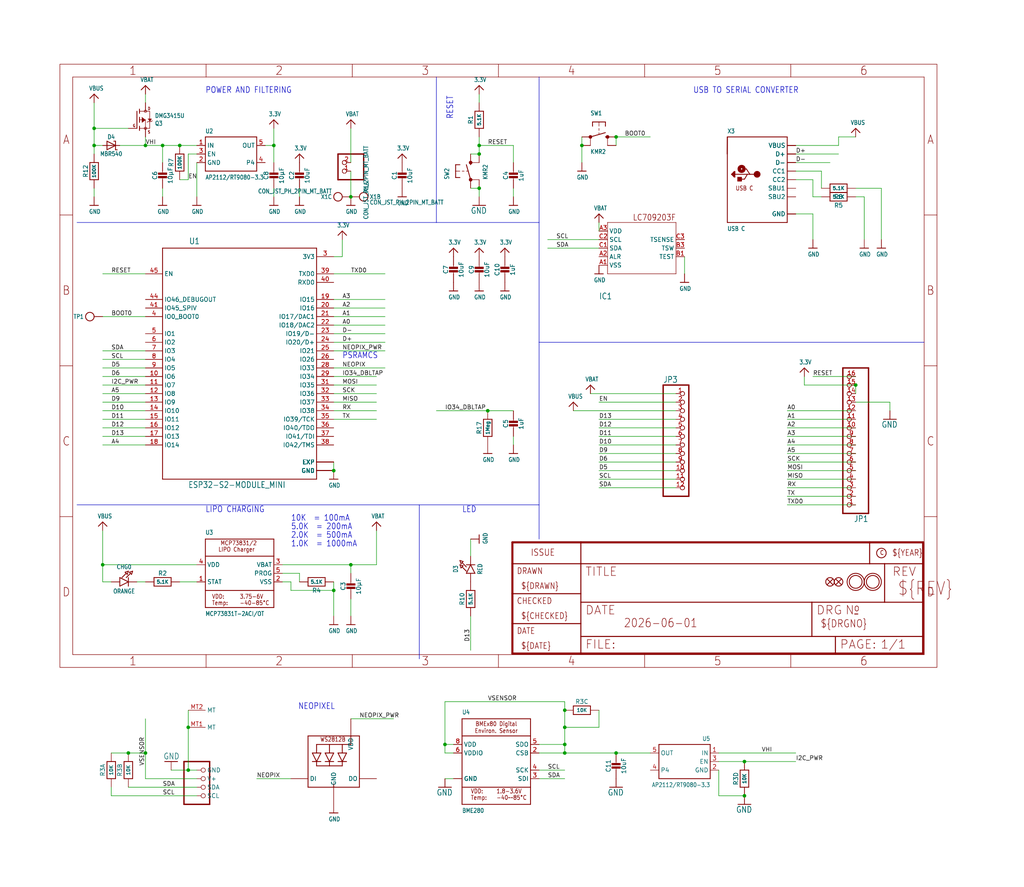
<source format=kicad_sch>
(kicad_sch (version 20230121) (generator eeschema)
  (paper "User" 303.962 263.246)
  (junction (at 53.34 43.18))
  (junction (at 38.1 223.52))
  (junction (at 167.64 215.9))
  (junction (at 132.08 220.98))
  (junction (at 220.98 236.22))
  (junction (at 43.18 223.52))
  (junction (at 254 114.3))
  (junction (at 48.26 43.18))
  (junction (at 144.78 121.92))
  (junction (at 27.94 38.1))
  (junction (at 99.06 139.7))
  (junction (at 182.88 223.52))
  (junction (at 142.24 43.18))
  (junction (at 142.24 55.88))
  (junction (at 27.94 43.18))
  (junction (at 167.64 210.82))
  (junction (at 167.64 220.98))
  (junction (at 55.88 215.9))
  (junction (at 99.06 175.26))
  (junction (at 167.64 223.52))
  (junction (at 220.98 226.06))
  (junction (at 43.18 43.18))
  (junction (at 182.88 40.64))
  (junction (at 30.48 167.64))
  (junction (at 172.72 43.18))
  (junction (at 104.14 167.64))
  (junction (at 104.14 58.42))
  (junction (at 81.28 43.18))
  (junction (at 142.24 45.72))
  (junction (at 55.88 228.6))
  (wire (pts (xy 111.76 124.46) (xy 99.06 124.46)) (stroke (width 0.1524)))
  (wire (pts (xy 58.42 233.68) (xy 38.1 233.68)) (stroke (width 0.1524)))
  (polyline (pts (xy 124.46 149.86) (xy 22.86 149.86)) (stroke (width 0.1524) (type solid)))
  (wire (pts (xy 30.48 167.64) (xy 58.42 167.64)) (stroke (width 0.1524)))
  (wire (pts (xy 48.26 43.18) (xy 48.26 48.26)) (stroke (width 0.1524)))
  (wire (pts (xy 177.8 134.62) (xy 200.66 134.62)) (stroke (width 0.1524)))
  (wire (pts (xy 99.06 109.22) (xy 114.3 109.22)) (stroke (width 0.1524)))
  (wire (pts (xy 99.06 172.72) (xy 99.06 175.26)) (stroke (width 0.1524)))
  (polyline (pts (xy 160.02 66.04) (xy 129.54 66.04)) (stroke (width 0.1524) (type solid)))
  (wire (pts (xy 53.34 53.34) (xy 55.88 53.34)) (stroke (width 0.1524)))
  (wire (pts (xy 78.74 43.18) (xy 81.28 43.18)) (stroke (width 0.1524)))
  (wire (pts (xy 38.1 223.52) (xy 43.18 223.52)) (stroke (width 0.1524)))
  (wire (pts (xy 99.06 111.76) (xy 111.76 111.76)) (stroke (width 0.1524)))
  (wire (pts (xy 200.66 142.24) (xy 177.8 142.24)) (stroke (width 0.1524)))
  (wire (pts (xy 256.54 58.42) (xy 256.54 71.12)) (stroke (width 0.1524)))
  (wire (pts (xy 254 111.76) (xy 241.3 111.76)) (stroke (width 0.1524)))
  (wire (pts (xy 27.94 38.1) (xy 27.94 30.48)) (stroke (width 0.1524)))
  (wire (pts (xy 200.66 121.92) (xy 170.18 121.92)) (stroke (width 0.1524)))
  (wire (pts (xy 111.76 157.48) (xy 111.76 167.64)) (stroke (width 0.1524)))
  (wire (pts (xy 99.06 137.16) (xy 99.06 139.7)) (stroke (width 0.1524)))
  (wire (pts (xy 139.7 182.88) (xy 139.7 193.04)) (stroke (width 0.1524)))
  (wire (pts (xy 236.22 50.8) (xy 243.84 50.8)) (stroke (width 0.1524)))
  (wire (pts (xy 177.8 127) (xy 200.66 127)) (stroke (width 0.1524)))
  (wire (pts (xy 43.18 231.14) (xy 43.18 223.52)) (stroke (width 0.1524)))
  (wire (pts (xy 261.62 55.88) (xy 261.62 71.12)) (stroke (width 0.1524)))
  (wire (pts (xy 101.6 76.2) (xy 101.6 71.12)) (stroke (width 0.1524)))
  (wire (pts (xy 55.88 53.34) (xy 55.88 45.72)) (stroke (width 0.1524)))
  (polyline (pts (xy 160.02 160.02) (xy 160.02 149.86)) (stroke (width 0.1524) (type solid)))
  (wire (pts (xy 254 121.92) (xy 233.68 121.92)) (stroke (width 0.1524)))
  (polyline (pts (xy 160.02 101.6) (xy 160.02 66.04)) (stroke (width 0.1524) (type solid)))
  (wire (pts (xy 104.14 167.64) (xy 111.76 167.64)) (stroke (width 0.1524)))
  (wire (pts (xy 86.36 172.72) (xy 86.36 175.26)) (stroke (width 0.1524)))
  (wire (pts (xy 177.8 144.78) (xy 200.66 144.78)) (stroke (width 0.1524)))
  (wire (pts (xy 200.66 139.7) (xy 177.8 139.7)) (stroke (width 0.1524)))
  (polyline (pts (xy 22.86 66.04) (xy 129.54 66.04)) (stroke (width 0.1524) (type solid)))
  (wire (pts (xy 83.82 170.18) (xy 88.9 170.18)) (stroke (width 0.1524)))
  (wire (pts (xy 236.22 43.18) (xy 248.92 43.18)) (stroke (width 0.1524)))
  (wire (pts (xy 238.76 111.76) (xy 238.76 114.3)) (stroke (width 0.1524)))
  (wire (pts (xy 254 139.7) (xy 233.68 139.7)) (stroke (width 0.1524)))
  (wire (pts (xy 254 134.62) (xy 233.68 134.62)) (stroke (width 0.1524)))
  (wire (pts (xy 248.92 40.64) (xy 254 40.64)) (stroke (width 0.1524)))
  (wire (pts (xy 142.24 55.88) (xy 142.24 58.42)) (stroke (width 0.1524)))
  (wire (pts (xy 99.06 114.3) (xy 111.76 114.3)) (stroke (width 0.1524)))
  (wire (pts (xy 53.34 43.18) (xy 48.26 43.18)) (stroke (width 0.1524)))
  (wire (pts (xy 43.18 114.3) (xy 30.48 114.3)) (stroke (width 0.1524)))
  (wire (pts (xy 30.48 172.72) (xy 30.48 167.64)) (stroke (width 0.1524)))
  (wire (pts (xy 152.4 121.92) (xy 144.78 121.92)) (stroke (width 0.1524)))
  (wire (pts (xy 132.08 223.52) (xy 132.08 220.98)) (stroke (width 0.1524)))
  (wire (pts (xy 177.8 137.16) (xy 200.66 137.16)) (stroke (width 0.1524)))
  (wire (pts (xy 177.8 66.04) (xy 177.8 68.58)) (stroke (width 0.1524)))
  (wire (pts (xy 43.18 81.28) (xy 30.48 81.28)) (stroke (width 0.1524)))
  (wire (pts (xy 152.4 132.08) (xy 152.4 129.54)) (stroke (width 0.1524)))
  (polyline (pts (xy 160.02 66.04) (xy 160.02 22.86)) (stroke (width 0.1524) (type solid)))
  (wire (pts (xy 160.02 228.6) (xy 167.64 228.6)) (stroke (width 0.1524)))
  (wire (pts (xy 175.26 116.84) (xy 200.66 116.84)) (stroke (width 0.1524)))
  (wire (pts (xy 104.14 177.8) (xy 104.14 182.88)) (stroke (width 0.1524)))
  (wire (pts (xy 43.18 106.68) (xy 30.48 106.68)) (stroke (width 0.1524)))
  (wire (pts (xy 142.24 27.94) (xy 142.24 30.48)) (stroke (width 0.1524)))
  (wire (pts (xy 104.14 38.1) (xy 104.14 48.26)) (stroke (width 0.1524)))
  (wire (pts (xy 55.88 210.82) (xy 55.88 215.9)) (stroke (width 0.1524)))
  (wire (pts (xy 43.18 109.22) (xy 30.48 109.22)) (stroke (width 0.1524)))
  (wire (pts (xy 30.48 104.14) (xy 43.18 104.14)) (stroke (width 0.1524)))
  (wire (pts (xy 43.18 119.38) (xy 30.48 119.38)) (stroke (width 0.1524)))
  (wire (pts (xy 182.88 40.64) (xy 193.04 40.64)) (stroke (width 0.1524)))
  (wire (pts (xy 203.2 81.28) (xy 203.2 76.2)) (stroke (width 0.1524)))
  (wire (pts (xy 43.18 116.84) (xy 30.48 116.84)) (stroke (width 0.1524)))
  (wire (pts (xy 30.48 127) (xy 43.18 127)) (stroke (width 0.1524)))
  (wire (pts (xy 55.88 228.6) (xy 50.8 228.6)) (stroke (width 0.1524)))
  (wire (pts (xy 236.22 45.72) (xy 248.92 45.72)) (stroke (width 0.1524)))
  (wire (pts (xy 55.88 228.6) (xy 58.42 228.6)) (stroke (width 0.1524)))
  (wire (pts (xy 152.4 58.42) (xy 152.4 55.88)) (stroke (width 0.1524)))
  (wire (pts (xy 177.8 210.82) (xy 177.8 215.9)) (stroke (width 0.1524)))
  (wire (pts (xy 236.22 53.34) (xy 241.3 53.34)) (stroke (width 0.1524)))
  (wire (pts (xy 99.06 104.14) (xy 114.3 104.14)) (stroke (width 0.1524)))
  (wire (pts (xy 167.64 210.82) (xy 167.64 215.9)) (stroke (width 0.1524)))
  (wire (pts (xy 236.22 223.52) (xy 213.36 223.52)) (stroke (width 0.1524)))
  (wire (pts (xy 33.02 172.72) (xy 30.48 172.72)) (stroke (width 0.1524)))
  (wire (pts (xy 233.68 129.54) (xy 254 129.54)) (stroke (width 0.1524)))
  (wire (pts (xy 43.18 124.46) (xy 30.48 124.46)) (stroke (width 0.1524)))
  (wire (pts (xy 58.42 43.18) (xy 53.34 43.18)) (stroke (width 0.1524)))
  (wire (pts (xy 83.82 167.64) (xy 104.14 167.64)) (stroke (width 0.1524)))
  (wire (pts (xy 104.14 213.36) (xy 116.84 213.36)) (stroke (width 0.1524)))
  (wire (pts (xy 132.08 220.98) (xy 132.08 208.28)) (stroke (width 0.1524)))
  (wire (pts (xy 43.18 27.94) (xy 43.18 30.48)) (stroke (width 0.1524)))
  (wire (pts (xy 99.06 93.98) (xy 114.3 93.98)) (stroke (width 0.1524)))
  (wire (pts (xy 139.7 165.1) (xy 139.7 160.02)) (stroke (width 0.1524)))
  (wire (pts (xy 30.48 111.76) (xy 43.18 111.76)) (stroke (width 0.1524)))
  (wire (pts (xy 177.8 71.12) (xy 162.56 71.12)) (stroke (width 0.1524)))
  (wire (pts (xy 55.88 215.9) (xy 55.88 228.6)) (stroke (width 0.1524)))
  (wire (pts (xy 152.4 48.26) (xy 152.4 43.18)) (stroke (width 0.1524)))
  (wire (pts (xy 254 144.78) (xy 233.68 144.78)) (stroke (width 0.1524)))
  (wire (pts (xy 238.76 114.3) (xy 254 114.3)) (stroke (width 0.1524)))
  (wire (pts (xy 43.18 132.08) (xy 30.48 132.08)) (stroke (width 0.1524)))
  (wire (pts (xy 27.94 43.18) (xy 27.94 38.1)) (stroke (width 0.1524)))
  (wire (pts (xy 172.72 40.64) (xy 172.72 43.18)) (stroke (width 0.1524)))
  (wire (pts (xy 264.16 119.38) (xy 264.16 121.92)) (stroke (width 0.1524)))
  (wire (pts (xy 177.8 215.9) (xy 167.64 215.9)) (stroke (width 0.1524)))
  (polyline (pts (xy 274.32 101.6) (xy 160.02 101.6)) (stroke (width 0.1524) (type solid)))
  (wire (pts (xy 99.06 96.52) (xy 114.3 96.52)) (stroke (width 0.1524)))
  (wire (pts (xy 38.1 38.1) (xy 27.94 38.1)) (stroke (width 0.1524)))
  (wire (pts (xy 213.36 228.6) (xy 213.36 236.22)) (stroke (width 0.1524)))
  (wire (pts (xy 200.66 124.46) (xy 177.8 124.46)) (stroke (width 0.1524)))
  (wire (pts (xy 241.3 63.5) (xy 236.22 63.5)) (stroke (width 0.1524)))
  (wire (pts (xy 142.24 43.18) (xy 152.4 43.18)) (stroke (width 0.1524)))
  (wire (pts (xy 182.88 40.64) (xy 182.88 43.18)) (stroke (width 0.1524)))
  (wire (pts (xy 254 132.08) (xy 233.68 132.08)) (stroke (width 0.1524)))
  (wire (pts (xy 213.36 236.22) (xy 220.98 236.22)) (stroke (width 0.1524)))
  (wire (pts (xy 99.06 88.9) (xy 114.3 88.9)) (stroke (width 0.1524)))
  (wire (pts (xy 30.48 121.92) (xy 43.18 121.92)) (stroke (width 0.1524)))
  (wire (pts (xy 43.18 223.52) (xy 43.18 213.36)) (stroke (width 0.1524)))
  (wire (pts (xy 177.8 132.08) (xy 200.66 132.08)) (stroke (width 0.1524)))
  (wire (pts (xy 33.02 236.22) (xy 33.02 233.68)) (stroke (width 0.1524)))
  (wire (pts (xy 58.42 236.22) (xy 33.02 236.22)) (stroke (width 0.1524)))
  (wire (pts (xy 142.24 45.72) (xy 139.7 45.72)) (stroke (width 0.1524)))
  (wire (pts (xy 134.62 220.98) (xy 132.08 220.98)) (stroke (width 0.1524)))
  (wire (pts (xy 142.24 43.18) (xy 142.24 45.72)) (stroke (width 0.1524)))
  (wire (pts (xy 254 119.38) (xy 264.16 119.38)) (stroke (width 0.1524)))
  (wire (pts (xy 167.64 215.9) (xy 167.64 220.98)) (stroke (width 0.1524)))
  (wire (pts (xy 254 55.88) (xy 261.62 55.88)) (stroke (width 0.1524)))
  (wire (pts (xy 132.08 231.14) (xy 134.62 231.14)) (stroke (width 0.1524)))
  (wire (pts (xy 254 124.46) (xy 233.68 124.46)) (stroke (width 0.1524)))
  (wire (pts (xy 160.02 220.98) (xy 167.64 220.98)) (stroke (width 0.1524)))
  (wire (pts (xy 233.68 147.32) (xy 254 147.32)) (stroke (width 0.1524)))
  (polyline (pts (xy 129.54 66.04) (xy 129.54 22.86)) (stroke (width 0.1524) (type solid)))
  (wire (pts (xy 81.28 43.18) (xy 81.28 38.1)) (stroke (width 0.1524)))
  (wire (pts (xy 86.36 175.26) (xy 99.06 175.26)) (stroke (width 0.1524)))
  (polyline (pts (xy 160.02 149.86) (xy 124.46 149.86)) (stroke (width 0.1524) (type solid)))
  (polyline (pts (xy 160.02 149.86) (xy 160.02 101.6)) (stroke (width 0.1524) (type solid)))
  (wire (pts (xy 88.9 170.18) (xy 88.9 172.72)) (stroke (width 0.1524)))
  (wire (pts (xy 162.56 73.66) (xy 177.8 73.66)) (stroke (width 0.1524)))
  (wire (pts (xy 254 116.84) (xy 254 114.3)) (stroke (width 0.1524)))
  (wire (pts (xy 241.3 53.34) (xy 241.3 58.42)) (stroke (width 0.1524)))
  (wire (pts (xy 254 137.16) (xy 233.68 137.16)) (stroke (width 0.1524)))
  (wire (pts (xy 99.06 175.26) (xy 99.06 182.88)) (stroke (width 0.1524)))
  (wire (pts (xy 139.7 55.88) (xy 142.24 55.88)) (stroke (width 0.1524)))
  (wire (pts (xy 104.14 58.42) (xy 104.14 50.8)) (stroke (width 0.1524)))
  (wire (pts (xy 55.88 45.72) (xy 58.42 45.72)) (stroke (width 0.1524)))
  (wire (pts (xy 99.06 76.2) (xy 101.6 76.2)) (stroke (width 0.1524)))
  (wire (pts (xy 134.62 223.52) (xy 132.08 223.52)) (stroke (width 0.1524)))
  (wire (pts (xy 220.98 226.06) (xy 213.36 226.06)) (stroke (width 0.1524)))
  (wire (pts (xy 254 127) (xy 233.68 127)) (stroke (width 0.1524)))
  (wire (pts (xy 43.18 129.54) (xy 30.48 129.54)) (stroke (width 0.1524)))
  (wire (pts (xy 88.9 55.88) (xy 88.9 58.42)) (stroke (width 0.1524)))
  (wire (pts (xy 172.72 43.18) (xy 172.72 48.26)) (stroke (width 0.1524)))
  (wire (pts (xy 99.06 81.28) (xy 114.3 81.28)) (stroke (width 0.1524)))
  (wire (pts (xy 243.84 50.8) (xy 243.84 55.88)) (stroke (width 0.1524)))
  (wire (pts (xy 83.82 172.72) (xy 86.36 172.72)) (stroke (width 0.1524)))
  (wire (pts (xy 30.48 157.48) (xy 30.48 167.64)) (stroke (width 0.1524)))
  (wire (pts (xy 160.02 231.14) (xy 167.64 231.14)) (stroke (width 0.1524)))
  (wire (pts (xy 81.28 55.88) (xy 81.28 58.42)) (stroke (width 0.1524)))
  (wire (pts (xy 43.18 40.64) (xy 43.18 43.18)) (stroke (width 0.1524)))
  (wire (pts (xy 99.06 116.84) (xy 111.76 116.84)) (stroke (width 0.1524)))
  (wire (pts (xy 99.06 121.92) (xy 111.76 121.92)) (stroke (width 0.1524)))
  (wire (pts (xy 167.64 223.52) (xy 182.88 223.52)) (stroke (width 0.1524)))
  (wire (pts (xy 43.18 43.18) (xy 48.26 43.18)) (stroke (width 0.1524)))
  (wire (pts (xy 144.78 121.92) (xy 129.54 121.92)) (stroke (width 0.1524)))
  (wire (pts (xy 248.92 43.18) (xy 248.92 40.64)) (stroke (width 0.1524)))
  (wire (pts (xy 193.04 223.52) (xy 182.88 223.52)) (stroke (width 0.1524)))
  (wire (pts (xy 254 149.86) (xy 233.68 149.86)) (stroke (width 0.1524)))
  (wire (pts (xy 142.24 40.64) (xy 142.24 43.18)) (stroke (width 0.1524)))
  (wire (pts (xy 200.66 129.54) (xy 177.8 129.54)) (stroke (width 0.1524)))
  (wire (pts (xy 241.3 58.42) (xy 243.84 58.42)) (stroke (width 0.1524)))
  (wire (pts (xy 167.64 220.98) (xy 167.64 223.52)) (stroke (width 0.1524)))
  (wire (pts (xy 99.06 101.6) (xy 114.3 101.6)) (stroke (width 0.1524)))
  (wire (pts (xy 43.18 93.98) (xy 30.48 93.98)) (stroke (width 0.1524)))
  (wire (pts (xy 99.06 119.38) (xy 111.76 119.38)) (stroke (width 0.1524)))
  (wire (pts (xy 220.98 226.06) (xy 236.22 226.06)) (stroke (width 0.1524)))
  (wire (pts (xy 30.48 43.18) (xy 27.94 43.18)) (stroke (width 0.1524)))
  (wire (pts (xy 233.68 142.24) (xy 254 142.24)) (stroke (width 0.1524)))
  (wire (pts (xy 104.14 170.18) (xy 104.14 167.64)) (stroke (width 0.1524)))
  (wire (pts (xy 99.06 99.06) (xy 114.3 99.06)) (stroke (width 0.1524)))
  (wire (pts (xy 35.56 43.18) (xy 43.18 43.18)) (stroke (width 0.1524)))
  (wire (pts (xy 48.26 55.88) (xy 48.26 58.42)) (stroke (width 0.1524)))
  (wire (pts (xy 27.94 45.72) (xy 27.94 43.18)) (stroke (width 0.1524)))
  (wire (pts (xy 58.42 48.26) (xy 58.42 58.42)) (stroke (width 0.1524)))
  (wire (pts (xy 33.02 223.52) (xy 38.1 223.52)) (stroke (width 0.1524)))
  (wire (pts (xy 241.3 63.5) (xy 241.3 71.12)) (stroke (width 0.1524)))
  (wire (pts (xy 27.94 58.42) (xy 27.94 55.88)) (stroke (width 0.1524)))
  (wire (pts (xy 236.22 48.26) (xy 246.38 48.26)) (stroke (width 0.1524)))
  (polyline (pts (xy 124.46 149.86) (xy 124.46 195.58)) (stroke (width 0.1524) (type solid)))
  (wire (pts (xy 177.8 119.38) (xy 200.66 119.38)) (stroke (width 0.1524)))
  (wire (pts (xy 167.64 208.28) (xy 167.64 210.82)) (stroke (width 0.1524)))
  (wire (pts (xy 40.64 172.72) (xy 43.18 172.72)) (stroke (width 0.1524)))
  (wire (pts (xy 81.28 48.26) (xy 81.28 43.18)) (stroke (width 0.1524)))
  (wire (pts (xy 53.34 172.72) (xy 58.42 172.72)) (stroke (width 0.1524)))
  (wire (pts (xy 99.06 91.44) (xy 114.3 91.44)) (stroke (width 0.1524)))
  (wire (pts (xy 132.08 208.28) (xy 167.64 208.28)) (stroke (width 0.1524)))
  (wire (pts (xy 86.36 231.14) (xy 76.2 231.14)) (stroke (width 0.1524)))
  (wire (pts (xy 254 58.42) (xy 256.54 58.42)) (stroke (width 0.1524)))
  (wire (pts (xy 160.02 223.52) (xy 167.64 223.52)) (stroke (width 0.1524)))
  (wire (pts (xy 43.18 231.14) (xy 58.42 231.14)) (stroke (width 0.1524)))
  (text "2.0K  = 500mA" (at 86.36 160.02 0) (effects (font (size 1.778 1.5113)) (justify left bottom)))
  (text "1.0K  = 1000mA" (at 86.36 162.56 0) (effects (font (size 1.778 1.5113)) (justify left bottom)))
  (text "LIPO CHARGING" (at 60.96 152.4 0) (effects (font (size 1.778 1.5113)) (justify left bottom)))
  (text "NEOPIXEL" (at 93.98 210.82 0) (effects (font (size 1.778 1.5113)) (justify bottom)))
  (text "PSRAMCS" (at 101.6 106.68 0) (effects (font (size 1.778 1.5113)) (justify left bottom)))
  (text "POWER AND FILTERING" (at 60.96 27.94 0) (effects (font (size 1.778 1.5113)) (justify left bottom)))
  (text "LED" (at 137.16 152.4 0) (effects (font (size 1.778 1.5113)) (justify left bottom)))
  (text "5.0K  = 200mA" (at 86.36 157.48 0) (effects (font (size 1.778 1.5113)) (justify left bottom)))
  (text "RESET" (at 134.62 35.56 90) (effects (font (size 1.778 1.5113)) (justify left bottom)))
  (text "10K  = 100mA" (at 86.36 154.94 0) (effects (font (size 1.778 1.5113)) (justify left bottom)))
  (text "USB TO SERIAL CONVERTER" (at 205.74 27.94 0) (effects (font (size 1.778 1.5113)) (justify left bottom)))
  (label "A2" (at 233.68 127 0) (effects (font (size 1.2446 1.2446))))
  (label "NEOPIX_PWR" (at 106.68 213.36 0) (effects (font (size 1.2446 1.2446))))
  (label "SCL" (at 33.02 106.68 0) (effects (font (size 1.2446 1.2446))))
  (label "SDA" (at 48.26 233.68 0) (effects (font (size 1.2446 1.2446))))
  (label "A5" (at 233.68 134.62 0) (effects (font (size 1.2446 1.2446))))
  (label "A5" (at 33.02 116.84 0) (effects (font (size 1.2446 1.2446))))
  (label "IO34_DBLTAP" (at 101.6 111.76 0) (effects (font (size 1.2446 1.2446))))
  (label "VSENSOR" (at 144.78 208.28 0) (effects (font (size 1.2446 1.2446))))
  (label "D+" (at 236.22 45.72 0) (effects (font (size 1.2446 1.2446))))
  (label "SCL" (at 165.1 71.12 0) (effects (font (size 1.2446 1.2446))))
  (label "A0" (at 101.6 96.52 0) (effects (font (size 1.2446 1.2446))))
  (label "I2C_PWR" (at 33.02 114.3 0) (effects (font (size 1.2446 1.2446))))
  (label "IO34_DBLTAP" (at 132.08 121.92 0) (effects (font (size 1.2446 1.2446))))
  (label "D+" (at 101.6 101.6 0) (effects (font (size 1.2446 1.2446))))
  (label "D10" (at 33.02 121.92 0) (effects (font (size 1.2446 1.2446))))
  (label "NEOPIX" (at 76.2 231.14 0) (effects (font (size 1.2446 1.2446))))
  (label "VHI" (at 43.18 43.18 0) (effects (font (size 1.2446 1.2446))))
  (label "A3" (at 233.68 129.54 0) (effects (font (size 1.2446 1.2446))))
  (label "SCK" (at 101.6 116.84 0) (effects (font (size 1.2446 1.2446))))
  (label "D-" (at 101.6 99.06 0) (effects (font (size 1.2446 1.2446))))
  (label "D5" (at 33.02 109.22 0) (effects (font (size 1.2446 1.2446))))
  (label "EN" (at 177.8 119.38 0) (effects (font (size 1.2446 1.2446))))
  (label "SDA" (at 33.02 104.14 0) (effects (font (size 1.2446 1.2446))))
  (label "D13" (at 177.8 124.46 0) (effects (font (size 1.2446 1.2446))))
  (label "D11" (at 33.02 124.46 0) (effects (font (size 1.2446 1.2446))))
  (label "D5" (at 177.8 139.7 0) (effects (font (size 1.2446 1.2446))))
  (label "TX" (at 233.68 147.32 0) (effects (font (size 1.2446 1.2446))))
  (label "VSENSOR" (at 43.18 227.33 90) (effects (font (size 1.2446 1.2446))))
  (label "RESET" (at 33.02 81.28 0) (effects (font (size 1.2446 1.2446))))
  (label "A3" (at 101.6 88.9 0) (effects (font (size 1.2446 1.2446))))
  (label "D9" (at 177.8 134.62 0) (effects (font (size 1.2446 1.2446))))
  (label "RX" (at 233.68 144.78 0) (effects (font (size 1.2446 1.2446))))
  (label "MOSI" (at 101.6 114.3 0) (effects (font (size 1.2446 1.2446))))
  (label "BOOT0" (at 33.02 93.98 0) (effects (font (size 1.2446 1.2446))))
  (label "SDA" (at 162.56 231.14 0) (effects (font (size 1.2446 1.2446))))
  (label "D11" (at 177.8 129.54 0) (effects (font (size 1.2446 1.2446))))
  (label "MISO" (at 233.68 142.24 0) (effects (font (size 1.2446 1.2446))))
  (label "D6" (at 33.02 111.76 0) (effects (font (size 1.2446 1.2446))))
  (label "VHI" (at 226.06 223.52 0) (effects (font (size 1.2446 1.2446))))
  (label "TX" (at 101.6 124.46 0) (effects (font (size 1.2446 1.2446))))
  (label "D9" (at 33.02 119.38 0) (effects (font (size 1.2446 1.2446))))
  (label "SDA" (at 177.8 144.78 0) (effects (font (size 1.2446 1.2446))))
  (label "EN" (at 55.88 53.34 0) (effects (font (size 1.2446 1.2446))))
  (label "A4" (at 233.68 132.08 0) (effects (font (size 1.2446 1.2446))))
  (label "D13" (at 33.02 129.54 0) (effects (font (size 1.2446 1.2446))))
  (label "MOSI" (at 233.68 139.7 0) (effects (font (size 1.2446 1.2446))))
  (label "A1" (at 233.68 124.46 0) (effects (font (size 1.2446 1.2446))))
  (label "A1" (at 101.6 93.98 0) (effects (font (size 1.2446 1.2446))))
  (label "RESET" (at 144.78 43.18 0) (effects (font (size 1.2446 1.2446))))
  (label "D-" (at 236.22 48.26 0) (effects (font (size 1.2446 1.2446))))
  (label "NEOPIX_PWR" (at 101.6 104.14 0) (effects (font (size 1.2446 1.2446))))
  (label "BOOT0" (at 185.42 40.64 0) (effects (font (size 1.2446 1.2446))))
  (label "D10" (at 177.8 132.08 0) (effects (font (size 1.2446 1.2446))))
  (label "MISO" (at 101.6 119.38 0) (effects (font (size 1.2446 1.2446))))
  (label "RESET" (at 241.3 111.76 0) (effects (font (size 1.2446 1.2446))))
  (label "SDA" (at 165.1 73.66 0) (effects (font (size 1.2446 1.2446))))
  (label "SCL" (at 48.26 236.22 0) (effects (font (size 1.2446 1.2446))))
  (label "D12" (at 33.02 127 0) (effects (font (size 1.2446 1.2446))))
  (label "RX" (at 101.6 121.92 0) (effects (font (size 1.2446 1.2446))))
  (label "TXD0" (at 233.68 149.86 0) (effects (font (size 1.2446 1.2446))))
  (label "SCK" (at 233.68 137.16 0) (effects (font (size 1.2446 1.2446))))
  (label "A4" (at 33.02 132.08 0) (effects (font (size 1.2446 1.2446))))
  (label "SCL" (at 177.8 142.24 0) (effects (font (size 1.2446 1.2446))))
  (label "A0" (at 233.68 121.92 0) (effects (font (size 1.2446 1.2446))))
  (label "D12" (at 177.8 127 0) (effects (font (size 1.2446 1.2446))))
  (label "D6" (at 177.8 137.16 0) (effects (font (size 1.2446 1.2446))))
  (label "A2" (at 101.6 91.44 0) (effects (font (size 1.2446 1.2446))))
  (label "SCL" (at 162.56 228.6 0) (effects (font (size 1.2446 1.2446))))
  (label "D13" (at 139.7 190.5 90) (effects (font (size 1.2446 1.2446))))
  (label "I2C_PWR" (at 236.22 226.06 0) (effects (font (size 1.2446 1.2446))))
  (label "TXD0" (at 104.14 81.28 0) (effects (font (size 1.2446 1.2446))))
  (label "NEOPIX" (at 101.6 109.22 0) (effects (font (size 1.2446 1.2446))))
  (symbol (lib_id "working-eagle-import:CAP_CERAMIC0805-NOOUTLINE") (at 104.14 175.26 0) (unit 1)
    (property "Reference" "C3" (at 101.85 174.01 90))
    (property "Value" "10µF" (at 106.44 174.01 90))
    (property "Footprint" "working:0805-NO" (effects hide))
  )
  (symbol (lib_id "working-eagle-import:CAP_CERAMIC0805-NOOUTLINE") (at 119.38 53.34 0) (unit 1)
    (property "Reference" "C1" (at 117.09 52.09 90))
    (property "Value" "10uF" (at 121.68 52.09 90))
    (property "Footprint" "working:0805-NO" (effects hide))
  )
  (symbol (lib_id "working-eagle-import:SWITCH_TACT_SMT4.6X2.8") (at 139.7 50.8 90) (unit 1)
    (property "Reference" "SW2" (at 133.35 53.34 0) (effects (font (size 1.27 1.0795)) (justify left bottom)))
    (property "Value" "KMR2" (at 144.78 53.34 0) (effects (font (size 1.27 1.0795)) (justify left bottom)))
    (property "Footprint" "working:BTN_KMR2_4.6X2.8" (effects hide))
  )
  (symbol (lib_id "working-eagle-import:LED0603_NOOUTLINE") (at 139.7 167.64 90) (unit 1)
    (property "Reference" "D3" (at 135.255 168.91 0) (effects (font (size 1.27 1.0795))))
    (property "Value" "RED" (at 142.494 168.91 0) (effects (font (size 1.27 1.0795))))
    (property "Footprint" "working:CHIPLED_0603_NOOUTLINE" (effects hide))
  )
  (symbol (lib_id "working-eagle-import:FIDUCIAL_1MM") (at 246.38 172.72 0) (unit 1)
    (property "Reference" "U$35" (effects hide))
    (property "Value" "FIDUCIAL_1MM" (effects hide))
    (property "Footprint" "working:FIDUCIAL_1MM" (effects hide))
  )
  (symbol (lib_id "working-eagle-import:WS2812B_SK6805_1515") (at 99.06 228.6 0) (unit 1)
    (property "Reference" "LED1" (effects hide))
    (property "Value" "WS2812B_SK6805_1515" (effects hide))
    (property "Footprint" "working:SK6805_1515" (effects hide))
  )
  (symbol (lib_id "working-eagle-import:CON_JST_PH_2PIN_MT_BATT") (at 101.6 48.26 180) (unit 1)
    (property "Reference" "X1" (at 107.95 53.975 90) (effects (font (size 1.27 1.0795)) (justify left bottom)))
    (property "Value" "CON_JST_PH_2PIN_MT_BATT" (at 107.95 43.18 90) (effects (font (size 1.27 1.0795)) (justify left bottom)))
    (property "Footprint" "working:JSTPH2_BATT" (effects hide))
  )
  (symbol (lib_id "working-eagle-import:BME280") (at 147.32 226.06 0) (unit 1)
    (property "Reference" "U4" (at 137.16 212.09 0) (effects (font (size 1.27 1.0795)) (justify left bottom)))
    (property "Value" "BME280" (at 137.16 241.3 0) (effects (font (size 1.27 1.0795)) (justify left bottom)))
    (property "Footprint" "working:BME280" (effects hide))
  )
  (symbol (lib_id "working-eagle-import:DIODE-SCHOTTKYSOD-123") (at 33.02 43.18 0) (unit 1)
    (property "Reference" "D4" (at 33.02 40.64 0) (effects (font (size 1.27 1.0795))))
    (property "Value" "MBR540" (at 33.02 45.68 0) (effects (font (size 1.27 1.0795))))
    (property "Footprint" "working:SOD-123" (effects hide))
  )
  (symbol (lib_id "working-eagle-import:RESISTOR_0603_NOOUT") (at 48.26 172.72 0) (unit 1)
    (property "Reference" "R2" (at 48.26 170.18 0))
    (property "Value" "5.1K" (at 48.26 172.72 0) (effects (font (size 1.016 1.016) bold)))
    (property "Footprint" "working:0603-NO" (effects hide))
  )
  (symbol (lib_id "working-eagle-import:VBAT") (at 175.26 114.3 0) (unit 1)
    (property "Reference" "#U$20" (effects hide))
    (property "Value" "VBAT" (at 173.736 113.284 0) (effects (font (size 1.27 1.0795)) (justify left bottom)))
  )
  (symbol (lib_id "working-eagle-import:FIDUCIAL_1MM") (at 248.92 172.72 0) (unit 1)
    (property "Reference" "U$34" (effects hide))
    (property "Value" "FIDUCIAL_1MM" (effects hide))
    (property "Footprint" "working:FIDUCIAL_1MM" (effects hide))
  )
  (symbol (lib_id "working-eagle-import:GND") (at 172.72 50.8 0) (unit 1)
    (property "Reference" "#U$51" (effects hide))
    (property "Value" "GND" (at 171.196 53.34 0) (effects (font (size 1.27 1.0795)) (justify left bottom)))
  )
  (symbol (lib_id "working-eagle-import:supply1_GND") (at 264.16 124.46 0) (unit 1)
    (property "Reference" "#GND4" (effects hide))
    (property "Value" "GND" (at 261.62 127 0) (effects (font (size 1.778 1.5113)) (justify left bottom)))
  )
  (symbol (lib_id "working-eagle-import:VBAT") (at 43.18 25.4 0) (unit 1)
    (property "Reference" "#U$21" (effects hide))
    (property "Value" "VBAT" (at 41.656 24.384 0) (effects (font (size 1.27 1.0795)) (justify left bottom)))
  )
  (symbol (lib_id "working-eagle-import:GND") (at 81.28 60.96 0) (unit 1)
    (property "Reference" "#U$29" (effects hide))
    (property "Value" "GND" (at 79.756 63.5 0) (effects (font (size 1.27 1.0795)) (justify left bottom)))
  )
  (symbol (lib_id "working-eagle-import:3.3V") (at 134.62 73.66 0) (unit 1)
    (property "Reference" "#U$41" (effects hide))
    (property "Value" "3.3V" (at 133.096 72.644 0) (effects (font (size 1.27 1.0795)) (justify left bottom)))
  )
  (symbol (lib_id "working-eagle-import:RESISTOR_0603_NOOUT") (at 53.34 48.26 90) (unit 1)
    (property "Reference" "R7" (at 50.8 48.26 0))
    (property "Value" "100K" (at 53.34 48.26 0) (effects (font (size 1.016 1.016) bold)))
    (property "Footprint" "working:0603-NO" (effects hide))
  )
  (symbol (lib_id "working-eagle-import:RESISTOR_4PACK") (at 33.02 228.6 90) (unit 1)
    (property "Reference" "R3" (at 30.48 228.6 0))
    (property "Value" "10K" (at 33.02 228.6 0) (effects (font (size 1.016 1.016) bold)))
    (property "Footprint" "working:RESPACK_4X0603" (effects hide))
  )
  (symbol (lib_id "working-eagle-import:3.3V") (at 149.86 73.66 0) (unit 1)
    (property "Reference" "#U$44" (effects hide))
    (property "Value" "3.3V" (at 148.336 72.644 0) (effects (font (size 1.27 1.0795)) (justify left bottom)))
  )
  (symbol (lib_id "working-eagle-import:USB_C") (at 226.06 53.34 0) (unit 1)
    (property "Reference" "X3" (at 215.9 39.624 0) (effects (font (size 1.27 1.0795)) (justify left bottom)))
    (property "Value" "USB C" (at 215.9 68.58 0) (effects (font (size 1.27 1.0795)) (justify left bottom)))
    (property "Footprint" "working:USB_C_CUSB31-CFM2AX-01-X" (effects hide))
  )
  (symbol (lib_id "working-eagle-import:CAP_CERAMIC0805-NOOUTLINE") (at 81.28 53.34 0) (unit 1)
    (property "Reference" "C8" (at 78.99 52.09 90))
    (property "Value" "10µF" (at 83.58 52.09 90))
    (property "Footprint" "working:0805-NO" (effects hide))
    (property "REV" "C" (effects hide))
  )
  (symbol (lib_id "working-eagle-import:CAP_CERAMIC0805-NOOUTLINE") (at 142.24 81.28 0) (unit 1)
    (property "Reference" "C9" (at 139.95 80.03 90))
    (property "Value" "10uF" (at 144.54 80.03 90))
    (property "Footprint" "working:0805-NO" (effects hide))
  )
  (symbol (lib_id "working-eagle-import:VREG_SOT23-5") (at 68.58 45.72 0) (unit 1)
    (property "Reference" "U2" (at 60.96 39.624 0) (effects (font (size 1.27 1.0795)) (justify left bottom)))
    (property "Value" "AP2112/RT9080-3.3" (at 60.96 53.34 0) (effects (font (size 1.27 1.0795)) (justify left bottom)))
    (property "Footprint" "working:SOT23-5" (effects hide))
  )
  (symbol (lib_id "working-eagle-import:3.3V") (at 142.24 73.66 0) (unit 1)
    (property "Reference" "#U$43" (effects hide))
    (property "Value" "3.3V" (at 140.716 72.644 0) (effects (font (size 1.27 1.0795)) (justify left bottom)))
  )
  (symbol (lib_id "working-eagle-import:GND") (at 261.62 73.66 0) (unit 1)
    (property "Reference" "#U$12" (effects hide))
    (property "Value" "GND" (at 260.096 76.2 0) (effects (font (size 1.27 1.0795)) (justify left bottom)))
  )
  (symbol (lib_id "working-eagle-import:VBUS") (at 254 38.1 0) (unit 1)
    (property "Reference" "#U$28" (effects hide))
    (property "Value" "VBUS" (at 252.476 37.084 0) (effects (font (size 1.27 1.0795)) (justify left bottom)))
  )
  (symbol (lib_id "working-eagle-import:FRAME_A4") (at 152.4 195.58 0) (unit 2)
    (property "Reference" "#FRAME1" (effects hide))
    (property "Value" "FRAME_A4" (effects hide))
  )
  (symbol (lib_id "working-eagle-import:3.3V") (at 238.76 109.22 0) (unit 1)
    (property "Reference" "#U$6" (effects hide))
    (property "Value" "3.3V" (at 237.236 108.204 0) (effects (font (size 1.27 1.0795)) (justify left bottom)))
  )
  (symbol (lib_id "working-eagle-import:GND") (at 99.06 185.42 0) (unit 1)
    (property "Reference" "#U$36" (effects hide))
    (property "Value" "GND" (at 97.536 187.96 0) (effects (font (size 1.27 1.0795)) (justify left bottom)))
  )
  (symbol (lib_id "working-eagle-import:VREG_SOT23-5") (at 203.2 226.06 0) (mirror y) (unit 1)
    (property "Reference" "U5" (at 210.82 219.964 0) (effects (font (size 1.27 1.0795)) (justify left bottom)))
    (property "Value" "AP2112/RT9080-3.3" (at 210.82 233.68 0) (effects (font (size 1.27 1.0795)) (justify left bottom)))
    (property "Footprint" "working:SOT23-5" (effects hide))
  )
  (symbol (lib_id "working-eagle-import:CAP_CERAMIC_0805MP") (at 182.88 228.6 0) (unit 1)
    (property "Reference" "C11" (at 180.59 227.35 90))
    (property "Value" "10uF" (at 185.18 227.35 90))
    (property "Footprint" "working:_0805MP" (effects hide))
  )
  (symbol (lib_id "working-eagle-import:RESISTOR_0603_NOOUT") (at 248.92 58.42 180) (unit 1)
    (property "Reference" "R5" (at 248.92 60.96 0))
    (property "Value" "5.1K" (at 248.92 58.42 0) (effects (font (size 1.016 1.016) bold)))
    (property "Footprint" "working:0603-NO" (effects hide))
  )
  (symbol (lib_id "working-eagle-import:3.3V") (at 81.28 35.56 0) (unit 1)
    (property "Reference" "#U$10" (effects hide))
    (property "Value" "3.3V" (at 79.756 34.544 0) (effects (font (size 1.27 1.0795)) (justify left bottom)))
  )
  (symbol (lib_id "working-eagle-import:GND") (at 48.26 60.96 0) (unit 1)
    (property "Reference" "#U$27" (effects hide))
    (property "Value" "GND" (at 46.736 63.5 0) (effects (font (size 1.27 1.0795)) (justify left bottom)))
  )
  (symbol (lib_id "working-eagle-import:RESISTOR_0603_NOOUT") (at 93.98 172.72 180) (unit 1)
    (property "Reference" "R4" (at 93.98 175.26 0))
    (property "Value" "5.1K" (at 93.98 172.72 0) (effects (font (size 1.016 1.016) bold)))
    (property "Footprint" "working:0603-NO" (effects hide))
  )
  (symbol (lib_id "working-eagle-import:GND") (at 149.86 86.36 0) (unit 1)
    (property "Reference" "#U$47" (effects hide))
    (property "Value" "GND" (at 148.336 88.9 0) (effects (font (size 1.27 1.0795)) (justify left bottom)))
  )
  (symbol (lib_id "working-eagle-import:GND") (at 142.24 160.02 90) (unit 1)
    (property "Reference" "#U$8" (effects hide))
    (property "Value" "GND" (at 144.78 161.544 0) (effects (font (size 1.27 1.0795)) (justify left bottom)))
  )
  (symbol (lib_id "working-eagle-import:RESISTOR_4PACK") (at 38.1 228.6 90) (unit 2)
    (property "Reference" "R3" (at 35.56 228.6 0))
    (property "Value" "10K" (at 38.1 228.6 0) (effects (font (size 1.016 1.016) bold)))
    (property "Footprint" "working:RESPACK_4X0603" (effects hide))
  )
  (symbol (lib_id "working-eagle-import:STEMMA_I2C_QTRA") (at 55.88 215.9 0) (unit 2)
    (property "Reference" "CONN1" (effects hide))
    (property "Value" "STEMMA_I2C_QTRA" (effects hide))
    (property "Footprint" "working:JST_SH4_RA" (effects hide))
  )
  (symbol (lib_id "working-eagle-import:RESISTOR_0603_NOOUT") (at 139.7 177.8 90) (unit 1)
    (property "Reference" "R10" (at 137.16 177.8 0))
    (property "Value" "5.1K" (at 139.7 177.8 0) (effects (font (size 1.016 1.016) bold)))
    (property "Footprint" "working:0603-NO" (effects hide))
  )
  (symbol (lib_id "working-eagle-import:ESP32-S2-MODULE_MINI") (at 71.12 106.68 0) (unit 1)
    (property "Reference" "U1" (at 56.0841 72.5455 0) (effects (font (size 1.778 1.5113)) (justify left bottom)))
    (property "Value" "ESP32-S2-MODULE_MINI" (at 55.8333 144.8881 0) (effects (font (size 1.778 1.5113)) (justify left bottom)))
    (property "Footprint" "working:QFN60_ESP32-S2-MINI-1_EXP" (effects hide))
  )
  (symbol (lib_id "working-eagle-import:supply1_GND") (at 182.88 233.68 0) (unit 1)
    (property "Reference" "#GND3" (effects hide))
    (property "Value" "GND" (at 180.34 236.22 0) (effects (font (size 1.778 1.5113)) (justify left bottom)))
  )
  (symbol (lib_id "working-eagle-import:VBAT") (at 104.14 35.56 0) (unit 1)
    (property "Reference" "#U$16" (effects hide))
    (property "Value" "VBAT" (at 102.616 34.544 0) (effects (font (size 1.27 1.0795)) (justify left bottom)))
  )
  (symbol (lib_id "working-eagle-import:HEADER-1X16ROUND") (at 251.46 132.08 180) (unit 1)
    (property "Reference" "JP1" (at 257.81 153.035 0) (effects (font (size 1.778 1.5113)) (justify left bottom)))
    (property "Value" "HEADER-1X16ROUND" (effects hide))
    (property "Footprint" "working:1X16_ROUND" (effects hide))
  )
  (symbol (lib_id "working-eagle-import:supply1_GND") (at 132.08 233.68 0) (unit 1)
    (property "Reference" "#GND2" (effects hide))
    (property "Value" "GND" (at 129.54 236.22 0) (effects (font (size 1.778 1.5113)) (justify left bottom)))
  )
  (symbol (lib_id "working-eagle-import:SWITCH_TACT_SMT4.6X2.8") (at 177.8 40.64 0) (unit 1)
    (property "Reference" "SW1" (at 175.26 34.29 0) (effects (font (size 1.27 1.0795)) (justify left bottom)))
    (property "Value" "KMR2" (at 175.26 45.72 0) (effects (font (size 1.27 1.0795)) (justify left bottom)))
    (property "Footprint" "working:BTN_KMR2_4.6X2.8" (effects hide))
  )
  (symbol (lib_id "working-eagle-import:GND") (at 119.38 58.42 0) (unit 1)
    (property "Reference" "#U$4" (effects hide))
    (property "Value" "GND" (at 117.856 60.96 0) (effects (font (size 1.27 1.0795)) (justify left bottom)))
  )
  (symbol (lib_id "working-eagle-import:VBAT") (at 177.8 63.5 0) (unit 1)
    (property "Reference" "#U$18" (effects hide))
    (property "Value" "VBAT" (at 176.276 62.484 0) (effects (font (size 1.27 1.0795)) (justify left bottom)))
  )
  (symbol (lib_id "working-eagle-import:MOUNTINGHOLE2.5") (at 254 172.72 0) (unit 1)
    (property "Reference" "U$31" (effects hide))
    (property "Value" "MOUNTINGHOLE2.5" (effects hide))
    (property "Footprint" "working:MOUNTINGHOLE_2.5_PLATED" (effects hide))
  )
  (symbol (lib_id "working-eagle-import:CAP_CERAMIC0603_NO") (at 152.4 127 0) (unit 1)
    (property "Reference" "C5" (at 150.11 125.75 90))
    (property "Value" "1uF" (at 154.7 125.75 90))
    (property "Footprint" "working:0603-NO" (effects hide))
  )
  (symbol (lib_id "working-eagle-import:RESISTOR_0603_NOOUT") (at 248.92 55.88 180) (unit 1)
    (property "Reference" "R8" (at 248.92 58.42 0))
    (property "Value" "5.1K" (at 248.92 55.88 0) (effects (font (size 1.016 1.016) bold)))
    (property "Footprint" "working:0603-NO" (effects hide))
  )
  (symbol (lib_id "working-eagle-import:RESISTOR_0603_NOOUT") (at 142.24 35.56 90) (unit 1)
    (property "Reference" "R1" (at 139.7 35.56 0))
    (property "Value" "5.1K" (at 142.24 35.56 0) (effects (font (size 1.016 1.016) bold)))
    (property "Footprint" "working:0603-NO" (effects hide))
  )
  (symbol (lib_id "working-eagle-import:3.3V") (at 119.38 45.72 0) (unit 1)
    (property "Reference" "#U$2" (effects hide))
    (property "Value" "3.3V" (at 117.856 44.704 0) (effects (font (size 1.27 1.0795)) (justify left bottom)))
  )
  (symbol (lib_id "working-eagle-import:3.3V") (at 88.9 45.72 0) (unit 1)
    (property "Reference" "#U$24" (effects hide))
    (property "Value" "3.3V" (at 87.376 44.704 0) (effects (font (size 1.27 1.0795)) (justify left bottom)))
  )
  (symbol (lib_id "working-eagle-import:GND") (at 144.78 134.62 0) (unit 1)
    (property "Reference" "#U$26" (effects hide))
    (property "Value" "GND" (at 143.256 137.16 0) (effects (font (size 1.27 1.0795)) (justify left bottom)))
  )
  (symbol (lib_id "working-eagle-import:RESISTOR_0603_NOOUT") (at 144.78 127 90) (unit 1)
    (property "Reference" "R17" (at 142.24 127 0))
    (property "Value" "1Meg" (at 144.78 127 0) (effects (font (size 1.016 1.016) bold)))
    (property "Footprint" "working:0603-NO" (effects hide))
  )
  (symbol (lib_id "working-eagle-import:GND") (at 152.4 60.96 0) (unit 1)
    (property "Reference" "#U$42" (effects hide))
    (property "Value" "GND" (at 150.876 63.5 0) (effects (font (size 1.27 1.0795)) (justify left bottom)))
  )
  (symbol (lib_id "working-eagle-import:supply1_GND") (at 142.24 60.96 0) (unit 1)
    (property "Reference" "#GND6" (effects hide))
    (property "Value" "GND" (at 139.7 63.5 0) (effects (font (size 1.778 1.5113)) (justify left bottom)))
  )
  (symbol (lib_id "working-eagle-import:CAP_CERAMIC0603_NO") (at 149.86 81.28 0) (unit 1)
    (property "Reference" "C10" (at 147.57 80.03 90))
    (property "Value" "1uF" (at 152.16 80.03 90))
    (property "Footprint" "working:0603-NO" (effects hide))
  )
  (symbol (lib_id "working-eagle-import:GND") (at 58.42 60.96 0) (unit 1)
    (property "Reference" "#U$30" (effects hide))
    (property "Value" "GND" (at 56.896 63.5 0) (effects (font (size 1.27 1.0795)) (justify left bottom)))
  )
  (symbol (lib_id "working-eagle-import:RESISTOR_4PACK") (at 172.72 210.82 0) (unit 3)
    (property "Reference" "R3" (at 172.72 208.28 0))
    (property "Value" "10K" (at 172.72 210.82 0) (effects (font (size 1.016 1.016) bold)))
    (property "Footprint" "working:RESPACK_4X0603" (effects hide))
  )
  (symbol (lib_id "working-eagle-import:GND") (at 88.9 60.96 0) (unit 1)
    (property "Reference" "#U$17" (effects hide))
    (property "Value" "GND" (at 87.376 63.5 0) (effects (font (size 1.27 1.0795)) (justify left bottom)))
  )
  (symbol (lib_id "working-eagle-import:VBUS") (at 170.18 119.38 0) (unit 1)
    (property "Reference" "#U$19" (effects hide))
    (property "Value" "VBUS" (at 168.656 118.364 0) (effects (font (size 1.27 1.0795)) (justify left bottom)))
  )
  (symbol (lib_id "working-eagle-import:VBUS") (at 27.94 27.94 0) (unit 1)
    (property "Reference" "#U$3" (effects hide))
    (property "Value" "VBUS" (at 26.416 26.924 0) (effects (font (size 1.27 1.0795)) (justify left bottom)))
  )
  (symbol (lib_id "working-eagle-import:MOSFET-P") (at 43.18 35.56 0) (mirror x) (unit 1)
    (property "Reference" "Q3" (at 45.974 35.941 0) (effects (font (size 1.27 1.0795)) (justify left bottom)))
    (property "Value" "DMG3415U" (at 45.974 33.655 0) (effects (font (size 1.27 1.0795)) (justify left bottom)))
    (property "Footprint" "working:SOT23-R" (effects hide))
  )
  (symbol (lib_id "working-eagle-import:CAP_CERAMIC0805-NOOUTLINE") (at 134.62 81.28 0) (unit 1)
    (property "Reference" "C7" (at 132.33 80.03 90))
    (property "Value" "10uF" (at 136.92 80.03 90))
    (property "Footprint" "working:0805-NO" (effects hide))
  )
  (symbol (lib_id "working-eagle-import:CAP_CERAMIC0805-NOOUTLINE") (at 48.26 53.34 0) (unit 1)
    (property "Reference" "C6" (at 45.97 52.09 90))
    (property "Value" "10µF" (at 50.56 52.09 90))
    (property "Footprint" "working:0805-NO" (effects hide))
  )
  (symbol (lib_id "working-eagle-import:3.3V") (at 101.6 68.58 0) (unit 1)
    (property "Reference" "#U$11" (effects hide))
    (property "Value" "3.3V" (at 100.076 67.564 0) (effects (font (size 1.27 1.0795)) (justify left bottom)))
  )
  (symbol (lib_id "working-eagle-import:MOUNTINGHOLE2.5") (at 259.08 172.72 0) (unit 1)
    (property "Reference" "U$32" (effects hide))
    (property "Value" "MOUNTINGHOLE2.5" (effects hide))
    (property "Footprint" "working:MOUNTINGHOLE_2.5_PLATED" (effects hide))
  )
  (symbol (lib_id "working-eagle-import:VBAT") (at 111.76 154.94 0) (unit 1)
    (property "Reference" "#U$39" (effects hide))
    (property "Value" "VBAT" (at 110.236 153.924 0) (effects (font (size 1.27 1.0795)) (justify left bottom)))
  )
  (symbol (lib_id "working-eagle-import:GND") (at 203.2 83.82 0) (unit 1)
    (property "Reference" "#U$50" (effects hide))
    (property "Value" "GND" (at 201.676 86.36 0) (effects (font (size 1.27 1.0795)) (justify left bottom)))
  )
  (symbol (lib_id "working-eagle-import:CAP_CERAMIC0603_NO") (at 152.4 53.34 0) (unit 1)
    (property "Reference" "C4" (at 150.11 52.09 90))
    (property "Value" "1uF" (at 154.7 52.09 90))
    (property "Footprint" "working:0603-NO" (effects hide))
  )
  (symbol (lib_id "working-eagle-import:GND") (at 99.06 142.24 0) (unit 1)
    (property "Reference" "#U$37" (effects hide))
    (property "Value" "GND" (at 97.536 144.78 0) (effects (font (size 1.27 1.0795)) (justify left bottom)))
  )
  (symbol (lib_id "working-eagle-import:GND") (at 27.94 60.96 0) (unit 1)
    (property "Reference" "#U$25" (effects hide))
    (property "Value" "GND" (at 26.416 63.5 0) (effects (font (size 1.27 1.0795)) (justify left bottom)))
  )
  (symbol (lib_id "working-eagle-import:GND") (at 104.14 60.96 0) (unit 1)
    (property "Reference" "#U$22" (effects hide))
    (property "Value" "GND" (at 102.616 63.5 0) (effects (font (size 1.27 1.0795)) (justify left bottom)))
  )
  (symbol (lib_id "working-eagle-import:LC709203F/MH") (at 190.5 73.66 0) (unit 1)
    (property "Reference" "IC1" (at 177.8 88.9 0) (effects (font (size 1.778 1.5113)) (justify left bottom)))
    (property "Value" "LC709203F/MH" (effects hide))
    (property "Footprint" "working:WLCSP9" (effects hide))
  )
  (symbol (lib_id "working-eagle-import:FRAME_A4") (at 17.78 198.12 0) (unit 1)
    (property "Reference" "#FRAME1" (effects hide))
    (property "Value" "FRAME_A4" (effects hide))
  )
  (symbol (lib_id "working-eagle-import:HEADER-1X12") (at 203.2 132.08 0) (unit 1)
    (property "Reference" "JP3" (at 196.85 113.665 0) (effects (font (size 1.778 1.5113)) (justify left bottom)))
    (property "Value" "HEADER-1X12" (effects hide))
    (property "Footprint" "working:1X12_ROUND" (effects hide))
  )
  (symbol (lib_id "working-eagle-import:supply1_GND") (at 50.8 226.06 180) (unit 1)
    (property "Reference" "#GND1" (effects hide))
    (property "Value" "GND" (at 53.34 223.52 0) (effects (font (size 1.778 1.5113)) (justify left bottom)))
  )
  (symbol (lib_id "working-eagle-import:CAP_CERAMIC0805-NOOUTLINE") (at 88.9 53.34 0) (unit 1)
    (property "Reference" "C2" (at 86.61 52.09 90))
    (property "Value" "10uF" (at 91.2 52.09 90))
    (property "Footprint" "working:0805-NO" (effects hide))
  )
  (symbol (lib_id "working-eagle-import:TESTPOINTROUND1.5MMNO") (at 30.48 93.98 90) (unit 1)
    (property "Reference" "TP1" (at 24.892 93.98 90) (effects (font (size 1.27 1.0795)) (justify left)))
    (property "Value" "TESTPOINTROUND1.5MMNO" (effects hide))
    (property "Footprint" "working:TESTPOINT_ROUND_1.5MM_NO" (effects hide))
  )
  (symbol (lib_id "working-eagle-import:GND") (at 142.24 86.36 0) (unit 1)
    (property "Reference" "#U$46" (effects hide))
    (property "Value" "GND" (at 140.716 88.9 0) (effects (font (size 1.27 1.0795)) (justify left bottom)))
  )
  (symbol (lib_id "working-eagle-import:CON_JST_PH_2PIN_MT_BATT") (at 104.14 58.42 90) (unit 3)
    (property "Reference" "X1" (at 98.552 58.42 90) (effects (font (size 1.27 1.0795)) (justify left)))
    (property "Value" "CON_JST_PH_2PIN_MT_BATT" (at 98.552 56.769 90) (effects (font (size 1.27 1.0795)) (justify left)))
    (property "Footprint" "working:JSTPH2_BATT" (effects hide))
  )
  (symbol (lib_id "working-eagle-import:GND") (at 241.3 73.66 0) (unit 1)
    (property "Reference" "#U$23" (effects hide))
    (property "Value" "GND" (at 239.776 76.2 0) (effects (font (size 1.27 1.0795)) (justify left bottom)))
  )
  (symbol (lib_id "working-eagle-import:GND") (at 99.06 241.3 0) (unit 1)
    (property "Reference" "#U$13" (effects hide))
    (property "Value" "GND" (at 97.536 243.84 0) (effects (font (size 1.27 1.0795)) (justify left bottom)))
  )
  (symbol (lib_id "working-eagle-import:supply1_GND") (at 220.98 238.76 0) (unit 1)
    (property "Reference" "#GND5" (effects hide))
    (property "Value" "GND" (at 218.44 241.3 0) (effects (font (size 1.778 1.5113)) (justify left bottom)))
  )
  (symbol (lib_id "working-eagle-import:GND") (at 256.54 73.66 0) (unit 1)
    (property "Reference" "#U$1" (effects hide))
    (property "Value" "GND" (at 255.016 76.2 0) (effects (font (size 1.27 1.0795)) (justify left bottom)))
  )
  (symbol (lib_id "working-eagle-import:MCP73831/2") (at 71.12 170.18 0) (unit 1)
    (property "Reference" "U3" (at 60.96 158.75 0) (effects (font (size 1.27 1.0795)) (justify left bottom)))
    (property "Value" "MCP73831T-2ACI/OT" (at 60.96 182.88 0) (effects (font (size 1.27 1.0795)) (justify left bottom)))
    (property "Footprint" "working:SOT23-5" (effects hide))
  )
  (symbol (lib_id "working-eagle-import:GND") (at 177.8 81.28 0) (unit 1)
    (property "Reference" "#U$48" (effects hide))
    (property "Value" "GND" (at 176.276 83.82 0) (effects (font (size 1.27 1.0795)) (justify left bottom)))
  )
  (symbol (lib_id "working-eagle-import:STEMMA_I2C_QTRA") (at 58.42 233.68 0) (unit 1)
    (property "Reference" "CONN1" (effects hide))
    (property "Value" "STEMMA_I2C_QTRA" (effects hide))
    (property "Footprint" "working:JST_SH4_RA" (effects hide))
  )
  (symbol (lib_id "working-eagle-import:CON_JST_PH_2PIN_MT_BATT") (at 104.14 58.42 270) (unit 2)
    (property "Reference" "X1" (at 109.728 58.42 90) (effects (font (size 1.27 1.0795)) (justify left)))
    (property "Value" "CON_JST_PH_2PIN_MT_BATT" (at 109.728 60.071 90) (effects (font (size 1.27 1.0795)) (justify left)))
    (property "Footprint" "working:JSTPH2_BATT" (effects hide))
  )
  (symbol (lib_id "working-eagle-import:RESISTOR_0603_NOOUT") (at 27.94 50.8 90) (unit 1)
    (property "Reference" "R12" (at 25.4 50.8 0))
    (property "Value" "100K" (at 27.94 50.8 0) (effects (font (size 1.016 1.016) bold)))
    (property "Footprint" "working:0603-NO" (effects hide))
  )
  (symbol (lib_id "working-eagle-import:GND") (at 104.14 185.42 0) (unit 1)
    (property "Reference" "#U$33" (effects hide))
    (property "Value" "GND" (at 102.616 187.96 0) (effects (font (size 1.27 1.0795)) (justify left bottom)))
  )
  (symbol (lib_id "working-eagle-import:RESISTOR_4PACK") (at 220.98 231.14 90) (unit 4)
    (property "Reference" "R3" (at 218.44 231.14 0))
    (property "Value" "10K" (at 220.98 231.14 0) (effects (font (size 1.016 1.016) bold)))
    (property "Footprint" "working:RESPACK_4X0603" (effects hide))
  )
  (symbol (lib_id "working-eagle-import:STEMMA_I2C_QTRA") (at 55.88 210.82 0) (unit 3)
    (property "Reference" "CONN1" (effects hide))
    (property "Value" "STEMMA_I2C_QTRA" (effects hide))
    (property "Footprint" "working:JST_SH4_RA" (effects hide))
  )
  (symbol (lib_id "working-eagle-import:GND") (at 134.62 86.36 0) (unit 1)
    (property "Reference" "#U$45" (effects hide))
    (property "Value" "GND" (at 133.096 88.9 0) (effects (font (size 1.27 1.0795)) (justify left bottom)))
  )
  (symbol (lib_id "working-eagle-import:VBUS") (at 30.48 154.94 0) (unit 1)
    (property "Reference" "#U$38" (effects hide))
    (property "Value" "VBUS" (at 28.956 153.924 0) (effects (font (size 1.27 1.0795)) (justify left bottom)))
  )
  (symbol (lib_id "working-eagle-import:GND") (at 152.4 134.62 0) (unit 1)
    (property "Reference" "#U$40" (effects hide))
    (property "Value" "GND" (at 150.876 137.16 0) (effects (font (size 1.27 1.0795)) (justify left bottom)))
  )
  (symbol (lib_id "working-eagle-import:LED0603_NOOUTLINE") (at 38.1 172.72 0) (unit 1)
    (property "Reference" "CHG0" (at 36.83 168.275 0) (effects (font (size 1.27 1.0795))))
    (property "Value" "ORANGE" (at 36.83 175.514 0) (effects (font (size 1.27 1.0795))))
    (property "Footprint" "working:CHIPLED_0603_NOOUTLINE" (effects hide))
  )
  (symbol (lib_id "working-eagle-import:3.3V") (at 142.24 25.4 0) (unit 1)
    (property "Reference" "#U$5" (effects hide))
    (property "Value" "3.3V" (at 140.716 24.384 0) (effects (font (size 1.27 1.0795)) (justify left bottom)))
  )
)
</source>
